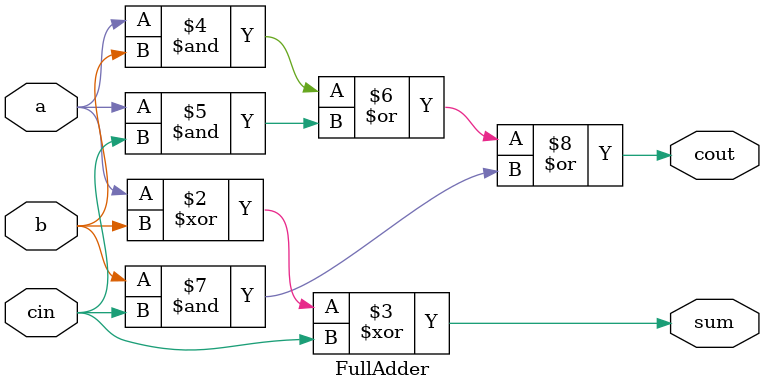
<source format=v>

module FullAdder(a,b,cin,cout,sum);
   
    input a,b,cin; 
    output sum, cout; 
    reg sum, cout; // registers retain value
    
	always @ (a or b or cin) // Anytime a or b or cin CHANGE, run the process 
		
    begin sum <= a ^ b ^ cin; 
    cout <= (a & b) | (a & cin) | (b & cin); 
    end 

endmodule   

</source>
